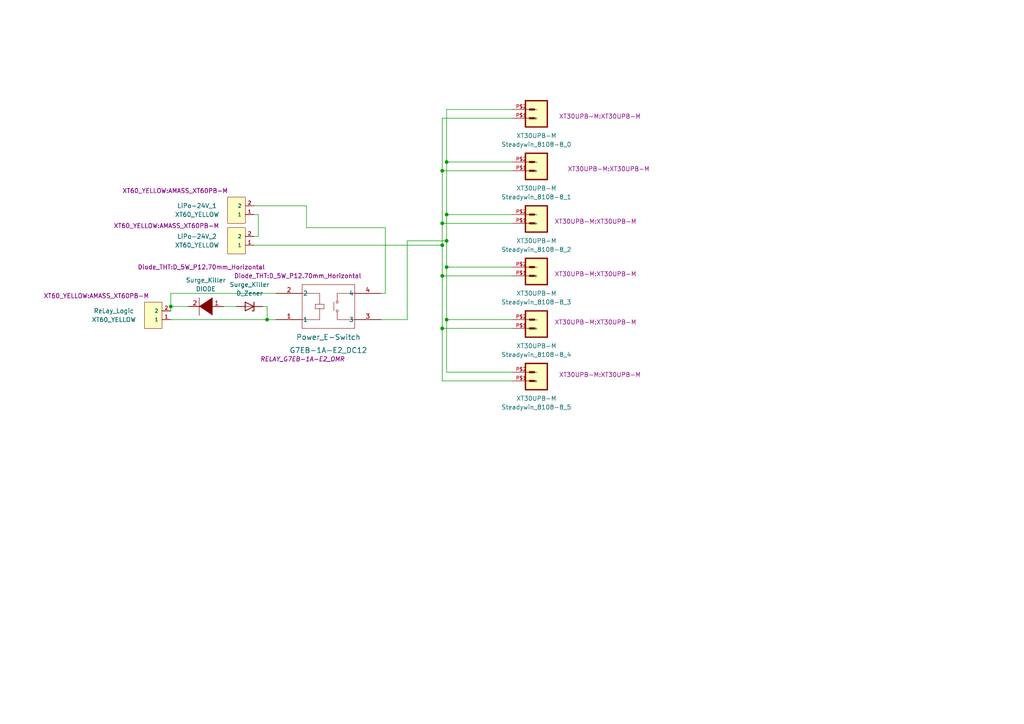
<source format=kicad_sch>
(kicad_sch (version 20211123) (generator eeschema)
  (paper "A4")
  (lib_symbols
    (symbol "Device:D_Zener" (pin_numbers hide) (pin_names (offset 1.016) hide)
      (property "Reference" "D" (at 0 2.54 0))
      (property "Value" "D_Zener" (at 0 -2.54 0))
      (symbol "D_Zener_0_1"
        (polyline (pts (xy 1.27 0) (xy -1.27 0)))
        (polyline (pts (xy -1.27 -1.27) (xy -1.27 1.27) (xy -0.762 1.27)) (stroke (width 0.254)))
        (polyline (pts (xy 1.27 -1.27) (xy 1.27 1.27) (xy -1.27 0) (xy 1.27 -1.27)) (stroke (width 0.254)))
      )
      (symbol "D_Zener_1_1"
        (pin passive line (at -3.81 0 0) (length 2.54) (name "K") (number "1"))
        (pin passive line (at 3.81 0 180) (length 2.54) (name "A") (number "2"))
      )
    )
    (symbol "G7EB-1A-E2_DC12:G7EB-1A-E2_DC12" (pin_names (offset 0.254))
      (property "Reference" "U" (at 15.24 15.24 0))
      (property "Value" "G7EB-1A-E2 DC12" (at 15.24 12.7 0))
      (symbol "G7EB-1A-E2_DC12_0_1"
        (polyline (pts (xy 7.62 -2.54) (xy 22.86 -2.54)) (stroke (width 0.127)))
        (polyline (pts (xy 7.62 0) (xy 12.7 0)) (stroke (width 0.127)))
        (polyline (pts (xy 7.62 7.62) (xy 12.7 7.62)) (stroke (width 0.127)))
        (polyline (pts (xy 7.62 10.16) (xy 7.62 -2.54)) (stroke (width 0.127)))
        (polyline (pts (xy 11.43 4.445) (xy 11.43 3.175)) (stroke (width 0.127)))
        (polyline (pts (xy 11.43 4.445) (xy 13.97 4.445)) (stroke (width 0.127)))
        (polyline (pts (xy 12.7 3.175) (xy 12.7 0)) (stroke (width 0.127)))
        (polyline (pts (xy 12.7 4.445) (xy 12.7 7.62)) (stroke (width 0.127)))
        (polyline (pts (xy 13.97 3.175) (xy 11.43 3.175)) (stroke (width 0.127)))
        (polyline (pts (xy 13.97 4.445) (xy 13.97 3.175)) (stroke (width 0.127)))
        (polyline (pts (xy 16.8275 5.08) (xy 16.8275 2.54)) (stroke (width 0.127)))
        (polyline (pts (xy 17.78 0) (xy 22.86 0)) (stroke (width 0.127)))
        (polyline (pts (xy 17.78 2.2225) (xy 17.78 0)) (stroke (width 0.127)))
        (polyline (pts (xy 17.78 7.62) (xy 17.78 5.3975)) (stroke (width 0.127)))
        (polyline (pts (xy 17.78 7.62) (xy 22.86 7.62)) (stroke (width 0.127)))
        (polyline (pts (xy 22.86 -2.54) (xy 22.86 10.16)) (stroke (width 0.127)))
        (polyline (pts (xy 22.86 10.16) (xy 7.62 10.16)) (stroke (width 0.127)))
        (circle (center 17.78 2.54) (radius 0.3048) (stroke (width 0.127)))
        (circle (center 17.78 5.08) (radius 0.3048) (stroke (width 0.127)))
        (pin unspecified line (at 0 0 0) (length 7.62) (name "1") (number "1"))
        (pin unspecified line (at 0 7.62 0) (length 7.62) (name "2") (number "2"))
        (pin unspecified line (at 30.48 0 180) (length 7.62) (name "3") (number "3"))
        (pin unspecified line (at 30.48 7.62 180) (length 7.62) (name "4") (number "4"))
      )
    )
    (symbol "XT30UPB-M:XT30UPB-M" (pin_names (offset 1.016))
      (property "Reference" "U" (at -2.54 5.588 0))
      (property "Value" "XT30UPB-M" (at -2.54 -4.826 0))
      (symbol "XT30UPB-M_0_0"
        (rectangle (start -2.54 -2.54) (end 3.81 5.08) (stroke (width 0.4064)) (fill (type background)))
        (polyline (pts (xy 1.27 0) (xy 2.54 0)) (stroke (width 0.6096)))
        (polyline (pts (xy 1.27 2.54) (xy 2.54 2.54)) (stroke (width 0.6096)))
        (pin passive line (at 7.62 2.54 180) (length 5.08) (name "+") (number "P$1"))
        (pin passive line (at 7.62 0 180) (length 5.08) (name "-") (number "P$2"))
      )
    )
    (symbol "XT60_YELLOW:XT60_YELLOW" (pin_names (offset 1.016))
      (property "Reference" "Q" (at -2.5638 2.5579 0))
      (property "Value" "XT60_YELLOW" (at -2.5747 -7.6027 0))
      (symbol "XT60_YELLOW_0_0"
        (rectangle (start -2.54 -5.08) (end 2.54 2.54) (stroke (width 0.127)) (fill (type background)))
        (pin passive line (at -5.08 0 0) (length 2.54) (name "1") (number "1"))
        (pin passive line (at -5.08 -2.54 0) (length 2.54) (name "2") (number "2"))
      )
    )
    (symbol "pspice:DIODE" (pin_names (offset 1.016) hide)
      (property "Reference" "D" (at 0 3.81 0))
      (property "Value" "DIODE" (at 0 -4.445 0))
      (symbol "DIODE_0_1"
        (polyline (pts (xy 1.905 2.54) (xy 1.905 -2.54)))
        (polyline (pts (xy -1.905 2.54) (xy -1.905 -2.54) (xy 1.905 0)) (fill (type outline)))
      )
      (symbol "DIODE_1_1"
        (pin input line (at -5.08 0 0) (length 3.81) (name "K") (number "1"))
        (pin input line (at 5.08 0 180) (length 3.81) (name "A") (number "2"))
      )
    )
  )
  (junction (at 128.27 49.53))
  (junction (at 129.54 77.47))
  (junction (at 129.54 69.85))
  (junction (at 129.54 62.23))
  (junction (at 128.27 80.01))
  (junction (at 128.27 95.25))
  (junction (at 129.54 92.71))
  (junction (at 129.54 46.99))
  (junction (at 128.27 71.12))
  (junction (at 49.53 88.9))
  (junction (at 128.27 64.77))
  (junction (at 77.47 92.71))
  (wire (pts (xy 74.93 68.58) (xy 73.66 68.58)))
  (wire (pts (xy 49.53 88.9) (xy 49.53 90.17)))
  (wire (pts (xy 128.27 95.25) (xy 128.27 80.01)))
  (wire (pts (xy 111.76 85.09) (xy 110.49 85.09)))
  (wire (pts (xy 128.27 95.25) (xy 148.59 95.25)))
  (wire (pts (xy 77.47 88.9) (xy 77.47 92.71)))
  (wire (pts (xy 128.27 80.01) (xy 148.59 80.01)))
  (wire (pts (xy 128.27 49.53) (xy 128.27 64.77)))
  (wire (pts (xy 73.66 59.69) (xy 88.9 59.69)))
  (wire (pts (xy 129.54 92.71) (xy 148.59 92.71)))
  (wire (pts (xy 49.53 85.09) (xy 49.53 88.9)))
  (wire (pts (xy 129.54 92.71) (xy 129.54 77.47)))
  (wire (pts (xy 129.54 77.47) (xy 148.59 77.47)))
  (wire (pts (xy 128.27 80.01) (xy 128.27 71.12)))
  (wire (pts (xy 129.54 107.95) (xy 148.59 107.95)))
  (wire (pts (xy 129.54 46.99) (xy 148.59 46.99)))
  (wire (pts (xy 129.54 31.75) (xy 148.59 31.75)))
  (wire (pts (xy 76.2 88.9) (xy 77.47 88.9)))
  (wire (pts (xy 128.27 64.77) (xy 148.59 64.77)))
  (wire (pts (xy 129.54 107.95) (xy 129.54 92.71)))
  (wire (pts (xy 128.27 110.49) (xy 128.27 95.25)))
  (wire (pts (xy 73.66 71.12) (xy 128.27 71.12)))
  (wire (pts (xy 129.54 31.75) (xy 129.54 46.99)))
  (wire (pts (xy 128.27 34.29) (xy 128.27 49.53)))
  (wire (pts (xy 118.11 69.85) (xy 129.54 69.85)))
  (wire (pts (xy 88.9 66.04) (xy 111.76 66.04)))
  (wire (pts (xy 88.9 59.69) (xy 88.9 66.04)))
  (wire (pts (xy 129.54 46.99) (xy 129.54 62.23)))
  (wire (pts (xy 54.61 88.9) (xy 49.53 88.9)))
  (wire (pts (xy 77.47 92.71) (xy 80.01 92.71)))
  (wire (pts (xy 128.27 34.29) (xy 148.59 34.29)))
  (wire (pts (xy 128.27 64.77) (xy 128.27 71.12)))
  (wire (pts (xy 111.76 66.04) (xy 111.76 85.09)))
  (wire (pts (xy 110.49 92.71) (xy 118.11 92.71)))
  (wire (pts (xy 49.53 92.71) (xy 77.47 92.71)))
  (wire (pts (xy 128.27 49.53) (xy 148.59 49.53)))
  (wire (pts (xy 64.77 88.9) (xy 68.58 88.9)))
  (wire (pts (xy 73.66 62.23) (xy 74.93 62.23)))
  (wire (pts (xy 128.27 110.49) (xy 148.59 110.49)))
  (wire (pts (xy 80.01 85.09) (xy 49.53 85.09)))
  (wire (pts (xy 74.93 62.23) (xy 74.93 68.58)))
  (wire (pts (xy 118.11 69.85) (xy 118.11 92.71)))
  (wire (pts (xy 129.54 62.23) (xy 148.59 62.23)))
  (wire (pts (xy 129.54 77.47) (xy 129.54 69.85)))
  (wire (pts (xy 129.54 62.23) (xy 129.54 69.85)))
  (symbol (lib_id "G7EB-1A-E2_DC12:G7EB-1A-E2_DC12") (at 80.01 92.71 0) (unit 1)
    (property "Reference" "Power_E-Switch" (at 95.25 97.79 0) (effects (font (size 1.524 1.524))))
    (property "Value" "G7EB-1A-E2_DC12" (at 95.25 101.6 0) (effects (font (size 1.524 1.524))))
    (property "Footprint" "RELAY_G7EB-1A-E2_OMR" (at 87.63 104.14 0) (effects (font italic)))
    (property "Datasheet" "G7EB-1A-E2 DC12" (effects hide))
  )
  (symbol (lib_id "XT60_YELLOW:XT60_YELLOW") (at 68.58 71.12 180) (unit 1)
    (property "Reference" "LiPo-24V_2" (at 57.15 68.58 0))
    (property "Value" "XT60_YELLOW" (at 57.15 71.12 0))
    (property "Footprint" "XT60_YELLOW:AMASS_XT60PB-M" (at 48.26 64.77 0) (effects (justify bottom)))
    (property "MF" "Pololu" (effects hide))
    (property "MAXIMUM_PACKAGE_HEIGHT" "15.9 mm" (effects hide))
    (property "Package" "None" (effects hide))
    (property "Price" "None" (effects hide))
    (property "Check_prices" "https://www.snapeda.com/parts/XT60%20YELLOW/Pololu/view-part/?ref=eda" (effects hide))
    (property "STANDARD" "IPC 2222A" (effects hide))
    (property "PARTREV" "1.2" (effects hide))
    (property "SnapEDA_Link" "https://www.snapeda.com/parts/XT60%20YELLOW/Pololu/view-part/?ref=snap" (effects hide))
    (property "MP" "XT60 YELLOW" (effects hide))
    (property "Description" "\n                        \n                            Power connector; 65A; PIN: 2; Colour: yellow\n                        \n" (effects hide))
    (property "Availability" "Not in stock" (effects hide))
    (property "MANUFACTURER" "AMASS" (effects hide))
  )
  (symbol (lib_id "XT30UPB-M:XT30UPB-M") (at 156.21 92.71 180) (unit 1)
    (property "Reference" "Steadywin_8108-8_4" (at 155.575 102.87 0))
    (property "Value" "XT30UPB-M" (at 155.575 100.33 0))
    (property "Footprint" "XT30UPB-M:XT30UPB-M" (at 172.72 92.71 0) (effects (justify bottom)))
    (property "MF" "amass" (effects hide))
    (property "Description" "\n                        \n                            Socket; DC supply; XT30; male; PIN: 2; on PCBs; THT; yellow; 15A; 500V\n                        \n" (effects hide))
    (property "Package" "None" (effects hide))
    (property "Price" "None" (effects hide))
    (property "SnapEDA_Link" "https://www.snapeda.com/parts/XT30UPB-M/AMASS/view-part/?ref=snap" (effects hide))
    (property "MP" "XT30UPB-M" (effects hide))
    (property "Availability" "Not in stock" (effects hide))
    (property "Check_prices" "https://www.snapeda.com/parts/XT30UPB-M/AMASS/view-part/?ref=eda" (effects hide))
  )
  (symbol (lib_id "pspice:DIODE") (at 59.69 88.9 180) (unit 1)
    (property "Reference" "Surge_Killer" (at 59.69 81.28 0))
    (property "Value" "DIODE" (at 59.69 83.82 0))
    (property "Footprint" "Diode_THT:D_5W_P12.70mm_Horizontal" (at 58.42 77.47 0))
  )
  (symbol (lib_id "XT30UPB-M:XT30UPB-M") (at 156.21 31.75 180) (unit 1)
    (property "Reference" "Steadywin_8108-8_0" (at 155.575 41.91 0))
    (property "Value" "XT30UPB-M" (at 155.575 39.37 0))
    (property "Footprint" "XT30UPB-M:XT30UPB-M" (at 173.99 33.02 0) (effects (justify bottom)))
    (property "MF" "amass" (effects hide))
    (property "Description" "\n                        \n                            Socket; DC supply; XT30; male; PIN: 2; on PCBs; THT; yellow; 15A; 500V\n                        \n" (effects hide))
    (property "Package" "None" (effects hide))
    (property "Price" "None" (effects hide))
    (property "SnapEDA_Link" "https://www.snapeda.com/parts/XT30UPB-M/AMASS/view-part/?ref=snap" (effects hide))
    (property "MP" "XT30UPB-M" (effects hide))
    (property "Availability" "Not in stock" (effects hide))
    (property "Check_prices" "https://www.snapeda.com/parts/XT30UPB-M/AMASS/view-part/?ref=eda" (effects hide))
  )
  (symbol (lib_id "XT60_YELLOW:XT60_YELLOW") (at 68.58 62.23 180) (unit 1)
    (property "Reference" "LiPo-24V_1" (at 57.15 59.69 0))
    (property "Value" "XT60_YELLOW" (at 57.15 62.23 0))
    (property "Footprint" "XT60_YELLOW:AMASS_XT60PB-M" (at 50.8 54.61 0) (effects (justify bottom)))
    (property "MF" "Pololu" (effects hide))
    (property "MAXIMUM_PACKAGE_HEIGHT" "15.9 mm" (effects hide))
    (property "Package" "None" (effects hide))
    (property "Price" "None" (effects hide))
    (property "Check_prices" "https://www.snapeda.com/parts/XT60%20YELLOW/Pololu/view-part/?ref=eda" (effects hide))
    (property "STANDARD" "IPC 2222A" (effects hide))
    (property "PARTREV" "1.2" (effects hide))
    (property "SnapEDA_Link" "https://www.snapeda.com/parts/XT60%20YELLOW/Pololu/view-part/?ref=snap" (effects hide))
    (property "MP" "XT60 YELLOW" (effects hide))
    (property "Description" "\n                        \n                            Power connector; 65A; PIN: 2; Colour: yellow\n                        \n" (effects hide))
    (property "Availability" "Not in stock" (effects hide))
    (property "MANUFACTURER" "AMASS" (effects hide))
  )
  (symbol (lib_id "XT30UPB-M:XT30UPB-M") (at 156.21 46.99 180) (unit 1)
    (property "Reference" "Steadywin_8108-8_1" (at 155.575 57.15 0))
    (property "Value" "XT30UPB-M" (at 155.575 54.61 0))
    (property "Footprint" "XT30UPB-M:XT30UPB-M" (at 176.53 48.26 0) (effects (justify bottom)))
    (property "MF" "amass" (effects hide))
    (property "Description" "\n                        \n                            Socket; DC supply; XT30; male; PIN: 2; on PCBs; THT; yellow; 15A; 500V\n                        \n" (effects hide))
    (property "Package" "None" (effects hide))
    (property "Price" "None" (effects hide))
    (property "SnapEDA_Link" "https://www.snapeda.com/parts/XT30UPB-M/AMASS/view-part/?ref=snap" (effects hide))
    (property "MP" "XT30UPB-M" (effects hide))
    (property "Availability" "Not in stock" (effects hide))
    (property "Check_prices" "https://www.snapeda.com/parts/XT30UPB-M/AMASS/view-part/?ref=eda" (effects hide))
  )
  (symbol (lib_id "Device:D_Zener") (at 72.39 88.9 180) (unit 1)
    (property "Reference" "Surge_Killer" (at 72.39 82.55 0))
    (property "Value" "D_Zener" (at 72.39 85.09 0))
    (property "Footprint" "Diode_THT:D_5W_P12.70mm_Horizontal" (at 86.36 80.01 0))
  )
  (symbol (lib_id "XT30UPB-M:XT30UPB-M") (at 156.21 107.95 180) (unit 1)
    (property "Reference" "Steadywin_8108-8_5" (at 155.575 118.11 0))
    (property "Value" "XT30UPB-M" (at 155.575 115.57 0))
    (property "Footprint" "XT30UPB-M:XT30UPB-M" (at 173.99 107.95 0) (effects (justify bottom)))
    (property "MF" "amass" (effects hide))
    (property "Description" "\n                        \n                            Socket; DC supply; XT30; male; PIN: 2; on PCBs; THT; yellow; 15A; 500V\n                        \n" (effects hide))
    (property "Package" "None" (effects hide))
    (property "Price" "None" (effects hide))
    (property "SnapEDA_Link" "https://www.snapeda.com/parts/XT30UPB-M/AMASS/view-part/?ref=snap" (effects hide))
    (property "MP" "XT30UPB-M" (effects hide))
    (property "Availability" "Not in stock" (effects hide))
    (property "Check_prices" "https://www.snapeda.com/parts/XT30UPB-M/AMASS/view-part/?ref=eda" (effects hide))
  )
  (symbol (lib_id "XT30UPB-M:XT30UPB-M") (at 156.21 77.47 180) (unit 1)
    (property "Reference" "Steadywin_8108-8_3" (at 155.575 87.63 0))
    (property "Value" "XT30UPB-M" (at 155.575 85.09 0))
    (property "Footprint" "XT30UPB-M:XT30UPB-M" (at 172.72 78.74 0) (effects (justify bottom)))
    (property "MF" "amass" (effects hide))
    (property "Description" "\n                        \n                            Socket; DC supply; XT30; male; PIN: 2; on PCBs; THT; yellow; 15A; 500V\n                        \n" (effects hide))
    (property "Package" "None" (effects hide))
    (property "Price" "None" (effects hide))
    (property "SnapEDA_Link" "https://www.snapeda.com/parts/XT30UPB-M/AMASS/view-part/?ref=snap" (effects hide))
    (property "MP" "XT30UPB-M" (effects hide))
    (property "Availability" "Not in stock" (effects hide))
    (property "Check_prices" "https://www.snapeda.com/parts/XT30UPB-M/AMASS/view-part/?ref=eda" (effects hide))
  )
  (symbol (lib_id "XT30UPB-M:XT30UPB-M") (at 156.21 62.23 180) (unit 1)
    (property "Reference" "Steadywin_8108-8_2" (at 155.575 72.39 0))
    (property "Value" "XT30UPB-M" (at 155.575 69.85 0))
    (property "Footprint" "XT30UPB-M:XT30UPB-M" (at 172.72 63.5 0) (effects (justify bottom)))
    (property "MF" "amass" (effects hide))
    (property "Description" "\n                        \n                            Socket; DC supply; XT30; male; PIN: 2; on PCBs; THT; yellow; 15A; 500V\n                        \n" (effects hide))
    (property "Package" "None" (effects hide))
    (property "Price" "None" (effects hide))
    (property "SnapEDA_Link" "https://www.snapeda.com/parts/XT30UPB-M/AMASS/view-part/?ref=snap" (effects hide))
    (property "MP" "XT30UPB-M" (effects hide))
    (property "Availability" "Not in stock" (effects hide))
    (property "Check_prices" "https://www.snapeda.com/parts/XT30UPB-M/AMASS/view-part/?ref=eda" (effects hide))
  )
  (symbol (lib_id "XT60_YELLOW:XT60_YELLOW") (at 44.45 92.71 180) (unit 1)
    (property "Reference" "ReLay_Logic" (at 33.02 90.17 0))
    (property "Value" "XT60_YELLOW" (at 33.02 92.71 0))
    (property "Footprint" "XT60_YELLOW:AMASS_XT60PB-M" (at 27.94 85.09 0) (effects (justify bottom)))
    (property "MF" "Pololu" (effects hide))
    (property "MAXIMUM_PACKAGE_HEIGHT" "15.9 mm" (effects hide))
    (property "Package" "None" (effects hide))
    (property "Price" "None" (effects hide))
    (property "Check_prices" "https://www.snapeda.com/parts/XT60%20YELLOW/Pololu/view-part/?ref=eda" (effects hide))
    (property "STANDARD" "IPC 2222A" (effects hide))
    (property "PARTREV" "1.2" (effects hide))
    (property "SnapEDA_Link" "https://www.snapeda.com/parts/XT60%20YELLOW/Pololu/view-part/?ref=snap" (effects hide))
    (property "MP" "XT60 YELLOW" (effects hide))
    (property "Description" "\n                        \n                            Power connector; 65A; PIN: 2; Colour: yellow\n                        \n" (effects hide))
    (property "Availability" "Not in stock" (effects hide))
    (property "MANUFACTURER" "AMASS" (effects hide))
  )
)
</source>
